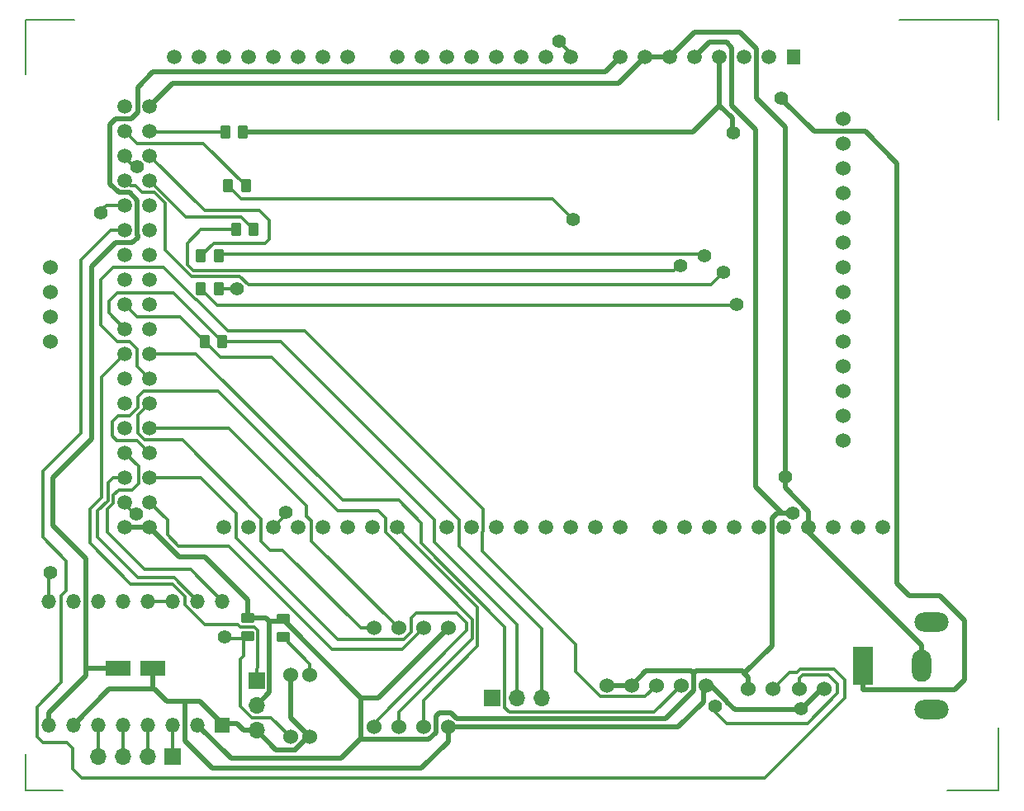
<source format=gbr>
%TF.GenerationSoftware,KiCad,Pcbnew,(6.0.9)*%
%TF.CreationDate,2024-03-22T17:54:06+02:00*%
%TF.ProjectId,diplomna-shema,6469706c-6f6d-46e6-912d-7368656d612e,rev?*%
%TF.SameCoordinates,Original*%
%TF.FileFunction,Copper,L1,Top*%
%TF.FilePolarity,Positive*%
%FSLAX46Y46*%
G04 Gerber Fmt 4.6, Leading zero omitted, Abs format (unit mm)*
G04 Created by KiCad (PCBNEW (6.0.9)) date 2024-03-22 17:54:06*
%MOMM*%
%LPD*%
G01*
G04 APERTURE LIST*
G04 Aperture macros list*
%AMRoundRect*
0 Rectangle with rounded corners*
0 $1 Rounding radius*
0 $2 $3 $4 $5 $6 $7 $8 $9 X,Y pos of 4 corners*
0 Add a 4 corners polygon primitive as box body*
4,1,4,$2,$3,$4,$5,$6,$7,$8,$9,$2,$3,0*
0 Add four circle primitives for the rounded corners*
1,1,$1+$1,$2,$3*
1,1,$1+$1,$4,$5*
1,1,$1+$1,$6,$7*
1,1,$1+$1,$8,$9*
0 Add four rect primitives between the rounded corners*
20,1,$1+$1,$2,$3,$4,$5,0*
20,1,$1+$1,$4,$5,$6,$7,0*
20,1,$1+$1,$6,$7,$8,$9,0*
20,1,$1+$1,$8,$9,$2,$3,0*%
G04 Aperture macros list end*
%TA.AperFunction,NonConductor*%
%ADD10C,0.200000*%
%TD*%
%TA.AperFunction,SMDPad,CuDef*%
%ADD11RoundRect,0.250000X0.450000X-0.262500X0.450000X0.262500X-0.450000X0.262500X-0.450000X-0.262500X0*%
%TD*%
%TA.AperFunction,SMDPad,CuDef*%
%ADD12RoundRect,0.250000X-1.050000X-0.550000X1.050000X-0.550000X1.050000X0.550000X-1.050000X0.550000X0*%
%TD*%
%TA.AperFunction,ComponentPad*%
%ADD13R,1.700000X1.700000*%
%TD*%
%TA.AperFunction,ComponentPad*%
%ADD14O,1.700000X1.700000*%
%TD*%
%TA.AperFunction,SMDPad,CuDef*%
%ADD15RoundRect,0.250000X-0.450000X0.262500X-0.450000X-0.262500X0.450000X-0.262500X0.450000X0.262500X0*%
%TD*%
%TA.AperFunction,ComponentPad*%
%ADD16C,1.524000*%
%TD*%
%TA.AperFunction,SMDPad,CuDef*%
%ADD17RoundRect,0.250000X-0.262500X-0.450000X0.262500X-0.450000X0.262500X0.450000X-0.262500X0.450000X0*%
%TD*%
%TA.AperFunction,ComponentPad*%
%ADD18C,1.500000*%
%TD*%
%TA.AperFunction,ComponentPad*%
%ADD19R,1.358000X1.500000*%
%TD*%
%TA.AperFunction,ComponentPad*%
%ADD20R,2.000000X4.000000*%
%TD*%
%TA.AperFunction,ComponentPad*%
%ADD21O,2.000000X3.300000*%
%TD*%
%TA.AperFunction,ComponentPad*%
%ADD22O,3.500000X2.000000*%
%TD*%
%TA.AperFunction,ComponentPad*%
%ADD23R,1.500000X1.500000*%
%TD*%
%TA.AperFunction,ComponentPad*%
%ADD24O,1.500000X1.500000*%
%TD*%
%TA.AperFunction,ViaPad*%
%ADD25C,1.400000*%
%TD*%
%TA.AperFunction,Conductor*%
%ADD26C,0.300000*%
%TD*%
%TA.AperFunction,Conductor*%
%ADD27C,0.500000*%
%TD*%
G04 APERTURE END LIST*
D10*
X34400000Y-102700000D02*
X30600000Y-102700000D01*
X30600000Y-102700000D02*
X30600000Y-98900000D01*
X30600000Y-23600000D02*
X35600000Y-23600000D01*
X30600000Y-29200000D02*
X30600000Y-23700000D01*
X125100000Y-102700000D02*
X130400000Y-102700000D01*
X130400000Y-23600000D02*
X120200000Y-23600000D01*
X130400000Y-33800000D02*
X130400000Y-23600000D01*
X130400000Y-102700000D02*
X130400000Y-96200000D01*
D11*
%TO.P,R2,1*%
%TO.N,Net-(A2-PadAD0)*%
X53400000Y-86812500D03*
%TO.P,R2,2*%
%TO.N,+5V*%
X53400000Y-84987500D03*
%TD*%
D12*
%TO.P,C1,1*%
%TO.N,+12V*%
X40100000Y-90100000D03*
%TO.P,C1,2*%
%TO.N,GND*%
X43700000Y-90100000D03*
%TD*%
D13*
%TO.P,M2,1,PWM*%
%TO.N,Net-(A2-Pad35)*%
X54300000Y-91400000D03*
D14*
%TO.P,M2,2,+*%
%TO.N,+5V*%
X54300000Y-93940000D03*
%TO.P,M2,3,-*%
%TO.N,GND*%
X54300000Y-96480000D03*
%TD*%
D13*
%TO.P,REF\u002A\u002A,1*%
%TO.N,N/C*%
X45700000Y-99200000D03*
D14*
%TO.P,REF\u002A\u002A,2*%
X43160000Y-99200000D03*
%TO.P,REF\u002A\u002A,3*%
X40620000Y-99200000D03*
%TO.P,REF\u002A\u002A,4*%
X38080000Y-99200000D03*
%TD*%
D15*
%TO.P,R1,1*%
%TO.N,+5V*%
X57000000Y-85087500D03*
%TO.P,R1,2*%
%TO.N,Net-(R1-Pad2)*%
X57000000Y-86912500D03*
%TD*%
D16*
%TO.P,U3,4,GND*%
%TO.N,GND*%
X112475000Y-92250000D03*
%TO.P,U3,3,ECHO*%
%TO.N,Net-(A2-Pad47)*%
X109925000Y-92250000D03*
%TO.P,U3,2,TRIG*%
%TO.N,Net-(A2-Pad45)*%
X107275000Y-92225000D03*
%TO.P,U3,1,VCC*%
%TO.N,+5V*%
X104725000Y-92250000D03*
%TD*%
D13*
%TO.P,J7,1,Pin_1*%
%TO.N,unconnected-(J7-Pad1)*%
X78475000Y-93200000D03*
D14*
%TO.P,J7,2,Pin_2*%
%TO.N,Net-(A2-Pad39)*%
X81015000Y-93200000D03*
%TO.P,J7,3,Pin_3*%
%TO.N,Net-(A2-Pad37)*%
X83555000Y-93200000D03*
%TD*%
D17*
%TO.P,R5,1*%
%TO.N,Net-(A2-Pad50)*%
X48587500Y-47800000D03*
%TO.P,R5,2*%
%TO.N,Net-(R5-Pad2)*%
X50412500Y-47800000D03*
%TD*%
D16*
%TO.P,U5,6,PIN_6*%
%TO.N,+5V*%
X90190000Y-91880000D03*
%TO.P,U5,7,PIN_7*%
X92740000Y-91880000D03*
%TO.P,U5,8,PIN_8*%
%TO.N,Net-(A2-Pad32)*%
X95290000Y-91905000D03*
%TO.P,U5,9,PIN_9*%
%TO.N,Net-(A2-Pad34)*%
X97840000Y-91880000D03*
%TO.P,U5,10,PIN_10*%
%TO.N,GND*%
X100390000Y-91880000D03*
%TD*%
D17*
%TO.P,R8,1*%
%TO.N,Net-(R8-Pad1)*%
X51375000Y-40600000D03*
%TO.P,R8,2*%
%TO.N,Net-(A2-Pad53)*%
X53200000Y-40600000D03*
%TD*%
%TO.P,R4,1*%
%TO.N,Net-(A2-Pad39)*%
X48987500Y-56600000D03*
%TO.P,R4,2*%
%TO.N,Net-(A2-Pad37)*%
X50812500Y-56600000D03*
%TD*%
%TO.P,R6,1*%
%TO.N,Net-(A2-Pad52)*%
X51087500Y-35100000D03*
%TO.P,R6,2*%
%TO.N,+3.3V*%
X52912500Y-35100000D03*
%TD*%
%TO.P,R7,1*%
%TO.N,Net-(R7-Pad1)*%
X52175000Y-45100000D03*
%TO.P,R7,2*%
%TO.N,Net-(A2-Pad48)*%
X54000000Y-45100000D03*
%TD*%
D16*
%TO.P,U2,1*%
%TO.N,Net-(R1-Pad2)*%
X59787500Y-90785000D03*
%TO.P,U2,2*%
%TO.N,GND*%
X57787500Y-90785000D03*
%TO.P,U2,3*%
X59787500Y-97185000D03*
%TO.P,U2,4*%
%TO.N,Net-(A2-PadAD0)*%
X57787500Y-97185000D03*
%TD*%
D18*
%TO.P,A2,0,0*%
%TO.N,unconnected-(A2-Pad0)*%
X73825000Y-75630000D03*
%TO.P,A2,1,1*%
%TO.N,unconnected-(A2-Pad1)*%
X76365000Y-75630000D03*
%TO.P,A2,2,2*%
%TO.N,unconnected-(A2-Pad2)*%
X78905000Y-75630000D03*
%TO.P,A2,3,3*%
%TO.N,unconnected-(A2-Pad3)*%
X81445000Y-75630000D03*
%TO.P,A2,3V3,+3V3*%
%TO.N,+3.3V*%
X101765000Y-27370000D03*
%TO.P,A2,4,4*%
%TO.N,unconnected-(A2-Pad4)*%
X83985000Y-75630000D03*
%TO.P,A2,5,5*%
%TO.N,unconnected-(A2-Pad5)*%
X86525000Y-75630000D03*
%TO.P,A2,5V_1,+5V_1*%
%TO.N,+5V*%
X99225000Y-27370000D03*
%TO.P,A2,5V_2,+5V_2*%
X43345000Y-75630000D03*
%TO.P,A2,5V_3,+5V_3*%
X40805000Y-75630000D03*
%TO.P,A2,6,6*%
%TO.N,unconnected-(A2-Pad6)*%
X89065000Y-75630000D03*
%TO.P,A2,7,7*%
%TO.N,unconnected-(A2-Pad7)*%
X91605000Y-75630000D03*
%TO.P,A2,8,8*%
%TO.N,unconnected-(A2-Pad8)*%
X95669000Y-75630000D03*
%TO.P,A2,9,9*%
%TO.N,unconnected-(A2-Pad9)*%
X98209000Y-75630000D03*
%TO.P,A2,10,10*%
%TO.N,unconnected-(A2-Pad10)*%
X100749000Y-75630000D03*
%TO.P,A2,11,11*%
%TO.N,unconnected-(A2-Pad11)*%
X103289000Y-75630000D03*
%TO.P,A2,12,12*%
%TO.N,unconnected-(A2-Pad12)*%
X105829000Y-75630000D03*
%TO.P,A2,13,13*%
%TO.N,unconnected-(A2-Pad13)*%
X108369000Y-75630000D03*
%TO.P,A2,14,14*%
%TO.N,Net-(A2-Pad14)*%
X68745000Y-75630000D03*
%TO.P,A2,15,15*%
%TO.N,unconnected-(A2-Pad15)*%
X66205000Y-75630000D03*
%TO.P,A2,16,16*%
%TO.N,unconnected-(A2-Pad16)*%
X63665000Y-75630000D03*
%TO.P,A2,17,17*%
%TO.N,unconnected-(A2-Pad17)*%
X61125000Y-75630000D03*
%TO.P,A2,18,18*%
%TO.N,unconnected-(A2-Pad18)*%
X58585000Y-75630000D03*
%TO.P,A2,19,19*%
%TO.N,Net-(A2-Pad19)*%
X56045000Y-75630000D03*
%TO.P,A2,20,20*%
%TO.N,unconnected-(A2-Pad20)*%
X53505000Y-75630000D03*
%TO.P,A2,21,21*%
%TO.N,unconnected-(A2-Pad21)*%
X50965000Y-75630000D03*
%TO.P,A2,22,22*%
%TO.N,Net-(A2-Pad22)*%
X43345000Y-73090000D03*
%TO.P,A2,23,23*%
%TO.N,Net-(A1-Pad9)*%
X40805000Y-73090000D03*
%TO.P,A2,24,24*%
%TO.N,Net-(A2-Pad24)*%
X43345000Y-70550000D03*
%TO.P,A2,25,25*%
%TO.N,Net-(A1-Pad15)*%
X40805000Y-70550000D03*
%TO.P,A2,26,26*%
%TO.N,Net-(A2-Pad26)*%
X43345000Y-68010000D03*
%TO.P,A2,27,27*%
%TO.N,Net-(A1-Pad16)*%
X40805000Y-68010000D03*
%TO.P,A2,28,28*%
%TO.N,Net-(A2-Pad28)*%
X43345000Y-65470000D03*
%TO.P,A2,29,29*%
%TO.N,unconnected-(A2-Pad29)*%
X40805000Y-65470000D03*
%TO.P,A2,30,30*%
%TO.N,Net-(A2-Pad30)*%
X43345000Y-62930000D03*
%TO.P,A2,31,31*%
%TO.N,unconnected-(A2-Pad31)*%
X40805000Y-62930000D03*
%TO.P,A2,32,32*%
%TO.N,Net-(A2-Pad32)*%
X43345000Y-60390000D03*
%TO.P,A2,33,33*%
%TO.N,unconnected-(A2-Pad33)*%
X40805000Y-60390000D03*
%TO.P,A2,34,34*%
%TO.N,Net-(A2-Pad34)*%
X43345000Y-57850000D03*
%TO.P,A2,35,35*%
%TO.N,Net-(A2-Pad35)*%
X40805000Y-57850000D03*
%TO.P,A2,36,36*%
%TO.N,unconnected-(A2-Pad36)*%
X43345000Y-55310000D03*
%TO.P,A2,37,37*%
%TO.N,Net-(A2-Pad37)*%
X40805000Y-55310000D03*
%TO.P,A2,38,38*%
%TO.N,unconnected-(A2-Pad38)*%
X43345000Y-52770000D03*
%TO.P,A2,39,39*%
%TO.N,Net-(A2-Pad39)*%
X40805000Y-52770000D03*
%TO.P,A2,40,40*%
%TO.N,unconnected-(A2-Pad40)*%
X43345000Y-50230000D03*
%TO.P,A2,41,41*%
%TO.N,unconnected-(A2-Pad41)*%
X40805000Y-50230000D03*
%TO.P,A2,42,42*%
%TO.N,unconnected-(A2-Pad42)*%
X43345000Y-47690000D03*
%TO.P,A2,43,43*%
%TO.N,unconnected-(A2-Pad43)*%
X40805000Y-47690000D03*
%TO.P,A2,44,44*%
%TO.N,unconnected-(A2-Pad44)*%
X43345000Y-45150000D03*
%TO.P,A2,45,45*%
%TO.N,Net-(A2-Pad45)*%
X40805000Y-45150000D03*
%TO.P,A2,46,46*%
%TO.N,unconnected-(A2-Pad46)*%
X43345000Y-42610000D03*
%TO.P,A2,47,47*%
%TO.N,Net-(A2-Pad47)*%
X40805000Y-42610000D03*
%TO.P,A2,48,48*%
%TO.N,Net-(A2-Pad48)*%
X43345000Y-40070000D03*
%TO.P,A2,49,49*%
%TO.N,Net-(A2-Pad49)*%
X40805000Y-40070000D03*
%TO.P,A2,50,50*%
%TO.N,Net-(A2-Pad50)*%
X43345000Y-37530000D03*
%TO.P,A2,51,51*%
%TO.N,Net-(A2-Pad51)*%
X40805000Y-37530000D03*
%TO.P,A2,52,52*%
%TO.N,Net-(A2-Pad52)*%
X43345000Y-34990000D03*
%TO.P,A2,53,53*%
%TO.N,Net-(A2-Pad53)*%
X40805000Y-34990000D03*
%TO.P,A2,AD0,AD0*%
%TO.N,Net-(A2-PadAD0)*%
X86525000Y-27370000D03*
%TO.P,A2,AD1,AD1*%
%TO.N,unconnected-(A2-PadAD1)*%
X83985000Y-27370000D03*
%TO.P,A2,AD2,AD2*%
%TO.N,unconnected-(A2-PadAD2)*%
X81445000Y-27370000D03*
%TO.P,A2,AD3,AD3*%
%TO.N,unconnected-(A2-PadAD3)*%
X78905000Y-27370000D03*
%TO.P,A2,AD4,AD4*%
%TO.N,unconnected-(A2-PadAD4)*%
X76365000Y-27370000D03*
%TO.P,A2,AD5,AD5*%
%TO.N,unconnected-(A2-PadAD5)*%
X73825000Y-27370000D03*
%TO.P,A2,AD6,AD6*%
%TO.N,unconnected-(A2-PadAD6)*%
X71285000Y-27370000D03*
%TO.P,A2,AD7,AD7*%
%TO.N,unconnected-(A2-PadAD7)*%
X68745000Y-27370000D03*
%TO.P,A2,AD8,AD8*%
%TO.N,unconnected-(A2-PadAD8)*%
X63665000Y-27370000D03*
%TO.P,A2,AD9,AD9*%
%TO.N,unconnected-(A2-PadAD9)*%
X61125000Y-27370000D03*
%TO.P,A2,AD10,AD10*%
%TO.N,unconnected-(A2-PadAD10)*%
X58585000Y-27370000D03*
%TO.P,A2,AD11,AD11*%
%TO.N,unconnected-(A2-PadAD11)*%
X56045000Y-27370000D03*
%TO.P,A2,AD12,AD12*%
%TO.N,unconnected-(A2-PadAD12)*%
X53505000Y-27370000D03*
%TO.P,A2,AD13,AD13*%
%TO.N,unconnected-(A2-PadAD13)*%
X50965000Y-27370000D03*
%TO.P,A2,AD14,AD14*%
%TO.N,unconnected-(A2-PadAD14)*%
X48425000Y-27370000D03*
%TO.P,A2,AD15,AD15*%
%TO.N,unconnected-(A2-PadAD15)*%
X45885000Y-27370000D03*
%TO.P,A2,AREF,AREF*%
%TO.N,unconnected-(A2-PadAREF)*%
X113449000Y-75630000D03*
%TO.P,A2,GND1,GND1*%
%TO.N,GND*%
X96685000Y-27370000D03*
%TO.P,A2,GND2,GND2*%
X94145000Y-27370000D03*
%TO.P,A2,GND3,GND3*%
X110909000Y-75630000D03*
%TO.P,A2,GND4,GND4*%
X43345000Y-32450000D03*
%TO.P,A2,GND5,GND5*%
%TO.N,unconnected-(A2-PadGND5)*%
X40805000Y-32450000D03*
%TO.P,A2,IOREF,IOREF*%
%TO.N,unconnected-(A2-PadIOREF)*%
X106845000Y-27370000D03*
D19*
%TO.P,A2,NC,NC*%
%TO.N,unconnected-(A2-PadNC)*%
X109385000Y-27370000D03*
D18*
%TO.P,A2,RESET,RESET*%
%TO.N,unconnected-(A2-PadRESET)*%
X104305000Y-27370000D03*
%TO.P,A2,SCL,SCL*%
%TO.N,unconnected-(A2-PadSCL)*%
X118529000Y-75630000D03*
%TO.P,A2,SDA,SDA*%
%TO.N,unconnected-(A2-PadSDA)*%
X115989000Y-75630000D03*
%TO.P,A2,VIN,VIN*%
%TO.N,+12V*%
X91605000Y-27370000D03*
%TD*%
D17*
%TO.P,R3,1*%
%TO.N,Net-(R3-Pad1)*%
X48587500Y-51200000D03*
%TO.P,R3,2*%
%TO.N,Net-(A2-Pad51)*%
X50412500Y-51200000D03*
%TD*%
D16*
%TO.P,U4,1,PIN_1*%
%TO.N,+5V*%
X114413000Y-66799000D03*
%TO.P,U4,2,PIN_2*%
%TO.N,GND*%
X114413000Y-64259000D03*
%TO.P,U4,3,PIN_3*%
%TO.N,Net-(R8-Pad1)*%
X114413000Y-61719000D03*
%TO.P,U4,4,PIN_4*%
%TO.N,+3.3V*%
X114413000Y-59179000D03*
%TO.P,U4,5,PIN_5*%
%TO.N,Net-(R7-Pad1)*%
X114413000Y-56639000D03*
%TO.P,U4,6,PIN_6*%
%TO.N,Net-(R3-Pad1)*%
X114413000Y-54099000D03*
%TO.P,U4,7,PIN_7*%
%TO.N,+3.3V*%
X114413000Y-51559000D03*
%TO.P,U4,8,PIN_8*%
X114413000Y-49019000D03*
%TO.P,U4,9,PIN_9*%
%TO.N,Net-(R5-Pad2)*%
X114413000Y-46479000D03*
%TO.P,U4,10,PIN_10*%
X114413000Y-43939000D03*
%TO.P,U4,11,PIN_11*%
%TO.N,Net-(A2-Pad49)*%
X114413000Y-41399000D03*
%TO.P,U4,12,PIN_12*%
%TO.N,Net-(R3-Pad1)*%
X114413000Y-38859000D03*
%TO.P,U4,13,PIN_13*%
%TO.N,Net-(R5-Pad2)*%
X114413000Y-36319000D03*
%TO.P,U4,14,PIN_14*%
%TO.N,Net-(A2-Pad19)*%
X114413000Y-33779000D03*
%TO.P,U4,51*%
%TO.N,N/C*%
X33133000Y-56639000D03*
%TO.P,U4,52*%
X33133000Y-54099000D03*
%TO.P,U4,53*%
X33133000Y-51559000D03*
%TO.P,U4,54*%
X33133000Y-49019000D03*
%TD*%
D20*
%TO.P,J1,1*%
%TO.N,+12V*%
X116500000Y-89900000D03*
D21*
%TO.P,J1,2*%
%TO.N,GND*%
X122500000Y-89900000D03*
D22*
%TO.P,J1,MP*%
%TO.N,N/C*%
X123500000Y-94400000D03*
X123500000Y-85400000D03*
%TD*%
D16*
%TO.P,U1,1,S0*%
%TO.N,Net-(A2-Pad24)*%
X66320000Y-96180000D03*
%TO.P,U1,2,S1*%
%TO.N,Net-(A2-Pad26)*%
X68860000Y-96180000D03*
%TO.P,U1,3,~{OE}*%
%TO.N,Net-(A2-Pad14)*%
X71400000Y-96180000D03*
%TO.P,U1,4,GND*%
%TO.N,GND*%
X73940000Y-96180000D03*
%TO.P,U1,5,VDD*%
%TO.N,+5V*%
X73940000Y-86020000D03*
%TO.P,U1,6,OUT*%
%TO.N,Net-(A2-Pad22)*%
X71400000Y-86020000D03*
%TO.P,U1,7,S2*%
%TO.N,Net-(A2-Pad28)*%
X68860000Y-86020000D03*
%TO.P,U1,8,S3*%
%TO.N,Net-(A2-Pad30)*%
X66320000Y-86020000D03*
%TD*%
D23*
%TO.P,A1,1,GND*%
%TO.N,GND*%
X50790000Y-95940000D03*
D24*
%TO.P,A1,2,VDD*%
%TO.N,+5V*%
X48250000Y-95940000D03*
%TO.P,A1,3,1B*%
%TO.N,Net-(A1-Pad3)*%
X45710000Y-95940000D03*
%TO.P,A1,4,1A*%
%TO.N,Net-(A1-Pad4)*%
X43170000Y-95940000D03*
%TO.P,A1,5,2A*%
%TO.N,Net-(A1-Pad5)*%
X40630000Y-95940000D03*
%TO.P,A1,6,2B*%
%TO.N,Net-(A1-Pad6)*%
X38090000Y-95940000D03*
%TO.P,A1,7,GND*%
%TO.N,GND*%
X35550000Y-95940000D03*
%TO.P,A1,8,VMOT*%
%TO.N,+12V*%
X33010000Y-95940000D03*
%TO.P,A1,9,~{ENABLE}*%
%TO.N,Net-(A1-Pad9)*%
X33010000Y-83240000D03*
%TO.P,A1,10,MS1*%
%TO.N,unconnected-(A1-Pad10)*%
X35550000Y-83240000D03*
%TO.P,A1,11,MS2*%
%TO.N,unconnected-(A1-Pad11)*%
X38090000Y-83240000D03*
%TO.P,A1,12,MS3*%
%TO.N,unconnected-(A1-Pad12)*%
X40630000Y-83240000D03*
%TO.P,A1,13,~{RESET}*%
%TO.N,Net-(A1-Pad13)*%
X43170000Y-83240000D03*
%TO.P,A1,14,~{SLEEP}*%
X45710000Y-83240000D03*
%TO.P,A1,15,STEP*%
%TO.N,Net-(A1-Pad15)*%
X48250000Y-83240000D03*
%TO.P,A1,16,DIR*%
%TO.N,Net-(A1-Pad16)*%
X50790000Y-83240000D03*
%TD*%
D25*
%TO.N,+12V*%
X108080000Y-31620000D03*
%TO.N,GND*%
X108500000Y-70500000D03*
X110100000Y-94300000D03*
%TO.N,+5V*%
X109300000Y-74200000D03*
%TO.N,Net-(A1-Pad9)*%
X42000000Y-74300000D03*
X33200000Y-80300000D03*
%TO.N,Net-(A2-Pad49)*%
X102200000Y-49500000D03*
%TO.N,Net-(A2-Pad47)*%
X101300000Y-94000000D03*
X38300000Y-43400000D03*
%TO.N,Net-(A2-Pad51)*%
X42019366Y-38700000D03*
X52300000Y-51200000D03*
%TO.N,Net-(A2-PadAD0)*%
X85300000Y-25800000D03*
X51060000Y-86960000D03*
%TO.N,Net-(R3-Pad1)*%
X103500000Y-52800000D03*
%TO.N,Net-(R5-Pad2)*%
X100200000Y-47800000D03*
%TO.N,Net-(R7-Pad1)*%
X97800000Y-48800000D03*
%TO.N,Net-(R8-Pad1)*%
X86800000Y-44100000D03*
%TO.N,+3.3V*%
X103195194Y-35191741D03*
%TO.N,Net-(A2-Pad19)*%
X57315100Y-74115100D03*
%TD*%
D26*
%TO.N,Net-(A2-Pad34)*%
X95070000Y-94650000D02*
X97840000Y-91880000D01*
X80250000Y-94650000D02*
X95070000Y-94650000D01*
X79765000Y-85872182D02*
X79765000Y-94165000D01*
X79765000Y-94165000D02*
X80250000Y-94650000D01*
X71200000Y-77307182D02*
X79765000Y-85872182D01*
X48067500Y-57850000D02*
X63112400Y-72894900D01*
X63112400Y-72894900D02*
X68894900Y-72894900D01*
X71200000Y-75200000D02*
X71200000Y-77307182D01*
X43345000Y-57850000D02*
X48067500Y-57850000D01*
X68894900Y-72894900D02*
X71200000Y-75200000D01*
D27*
%TO.N,GND*%
X59646900Y-97115700D02*
X58292500Y-98470100D01*
X54300000Y-96480000D02*
X56315000Y-98495000D01*
X56315000Y-98495000D02*
X58292500Y-98495000D01*
X59787500Y-97185000D02*
X59716200Y-97185000D01*
X59716200Y-97185000D02*
X59646900Y-97115700D01*
X59646900Y-97115700D02*
X57787500Y-95256300D01*
X57787500Y-95256300D02*
X57787500Y-90785000D01*
D26*
%TO.N,Net-(A1-Pad16)*%
X47550000Y-80000000D02*
X50790000Y-83240000D01*
X42800000Y-80000000D02*
X47550000Y-80000000D01*
X39000000Y-76200000D02*
X42800000Y-80000000D01*
X39000000Y-73777818D02*
X39000000Y-76200000D01*
X39610000Y-72360000D02*
X39610000Y-73167818D01*
X42200000Y-71200000D02*
X41580000Y-71820000D01*
X42200000Y-69405000D02*
X42200000Y-71200000D01*
X41580000Y-71820000D02*
X40150000Y-71820000D01*
X39610000Y-73167818D02*
X39000000Y-73777818D01*
X40805000Y-68010000D02*
X42200000Y-69405000D01*
X40150000Y-71820000D02*
X39610000Y-72360000D01*
%TO.N,Net-(A2-PadAD0)*%
X51060000Y-86960000D02*
X51228200Y-87128200D01*
X53084300Y-87128200D02*
X53400000Y-86812500D01*
X51228200Y-87128200D02*
X53084300Y-87128200D01*
D27*
%TO.N,+12V*%
X126860000Y-85220000D02*
X126860000Y-91340000D01*
X124360000Y-82720000D02*
X126860000Y-85220000D01*
X121250000Y-82720000D02*
X124360000Y-82720000D01*
X119984999Y-81454999D02*
X121250000Y-82720000D01*
X119984999Y-38284999D02*
X119984999Y-81454999D01*
X116757000Y-35057000D02*
X119984999Y-38284999D01*
X111454300Y-35057000D02*
X116757000Y-35057000D01*
X108200000Y-31802700D02*
X111454300Y-35057000D01*
X126860000Y-91340000D02*
X125848100Y-92351900D01*
%TO.N,GND*%
X103880000Y-24860000D02*
X104320000Y-25300000D01*
X99195000Y-24860000D02*
X103880000Y-24860000D01*
X96685000Y-27370000D02*
X99195000Y-24860000D01*
%TO.N,+12V*%
X116500000Y-92351900D02*
X116500000Y-89900000D01*
X125848100Y-92351900D02*
X116500000Y-92351900D01*
D26*
%TO.N,Net-(A2-Pad45)*%
X39350000Y-45150000D02*
X40805000Y-45150000D01*
X36300000Y-48200000D02*
X39350000Y-45150000D01*
X36300000Y-66000000D02*
X36300000Y-48200000D01*
X32400000Y-69900000D02*
X36300000Y-66000000D01*
X32400000Y-76700000D02*
X32400000Y-69900000D01*
X34800000Y-82200000D02*
X34800000Y-79100000D01*
X34800000Y-79100000D02*
X32400000Y-76700000D01*
X34300000Y-82700000D02*
X34800000Y-82200000D01*
X34300000Y-91600000D02*
X34300000Y-82700000D01*
X31810000Y-94090000D02*
X34300000Y-91600000D01*
X31810000Y-97140000D02*
X31810000Y-94090000D01*
X32420000Y-97750000D02*
X31810000Y-97140000D01*
X34850000Y-97750000D02*
X32420000Y-97750000D01*
X35490000Y-98390000D02*
X34850000Y-97750000D01*
X35490000Y-100490000D02*
X35490000Y-98390000D01*
X36380000Y-101380000D02*
X35490000Y-100490000D01*
X106420000Y-101380000D02*
X36380000Y-101380000D01*
X114600000Y-93200000D02*
X106420000Y-101380000D01*
X110080283Y-90200000D02*
X113500000Y-90200000D01*
X113500000Y-90200000D02*
X114600000Y-91300000D01*
X109680283Y-90600000D02*
X110080283Y-90200000D01*
X108925000Y-90600000D02*
X109680283Y-90600000D01*
X114600000Y-91300000D02*
X114600000Y-93200000D01*
X107275000Y-92250000D02*
X108925000Y-90600000D01*
D27*
%TO.N,GND*%
X46980000Y-95415900D02*
X46980000Y-97580000D01*
X91415000Y-30100000D02*
X45695000Y-30100000D01*
X50600000Y-100400000D02*
X51100000Y-100400000D01*
X71200000Y-100400000D02*
X73940000Y-97660000D01*
X105555000Y-31634600D02*
X105555000Y-26555000D01*
X46900000Y-93500000D02*
X48479600Y-93500000D01*
X108500000Y-70500000D02*
X108500000Y-34579600D01*
X46980000Y-93580000D02*
X46900000Y-93500000D01*
X48479600Y-93500000D02*
X48639800Y-93660200D01*
X110909000Y-75630000D02*
X110909000Y-76207100D01*
X108500000Y-34579600D02*
X105555000Y-31634600D01*
X94145000Y-27370000D02*
X96685000Y-27370000D01*
X35550000Y-95940000D02*
X39215900Y-92274100D01*
X100973200Y-91976143D02*
X100895757Y-91976143D01*
X39215900Y-92274100D02*
X43700000Y-92274100D01*
X49800000Y-100400000D02*
X51100000Y-100400000D01*
X46980000Y-95415900D02*
X46980000Y-93580000D01*
X105555000Y-26555000D02*
X104150000Y-25150000D01*
X100100000Y-92170000D02*
X100100000Y-93600000D01*
X102500000Y-93580386D02*
X102500000Y-93502943D01*
X110096600Y-94400000D02*
X103319614Y-94400000D01*
X46980000Y-97580000D02*
X49800000Y-100400000D01*
X100390000Y-91880000D02*
X100100000Y-92170000D01*
X110909000Y-76207100D02*
X122500000Y-87798100D01*
X50790000Y-95940000D02*
X50790000Y-95810400D01*
X48639800Y-93660200D02*
X50790000Y-95810400D01*
X45064100Y-93500000D02*
X46900000Y-93500000D01*
X97520000Y-96180000D02*
X73940000Y-96180000D01*
X52328500Y-95810400D02*
X52998100Y-96480000D01*
X43700000Y-92274100D02*
X43838200Y-92274100D01*
X112475000Y-92250000D02*
X112246600Y-92250000D01*
X45695000Y-30100000D02*
X43345000Y-32450000D01*
X103319614Y-94400000D02*
X102500000Y-93580386D01*
X54300000Y-96480000D02*
X52998100Y-96480000D01*
X43838200Y-92274100D02*
X45064100Y-93500000D01*
X102500000Y-93502943D02*
X100973200Y-91976143D01*
X94145000Y-27370000D02*
X91415000Y-30100000D01*
X43700000Y-92274100D02*
X43700000Y-90100000D01*
X100100000Y-93600000D02*
X97520000Y-96180000D01*
X51100000Y-100400000D02*
X71200000Y-100400000D01*
X110909000Y-74009000D02*
X108500000Y-71600000D01*
X122500000Y-89900000D02*
X122500000Y-87798100D01*
X112246600Y-92250000D02*
X110096600Y-94400000D01*
X108500000Y-71600000D02*
X108500000Y-70500000D01*
X110909000Y-75630000D02*
X110909000Y-74009000D01*
X50790000Y-95810400D02*
X52328500Y-95810400D01*
X73940000Y-97660000D02*
X73940000Y-96180000D01*
%TO.N,+5V*%
X104725000Y-92250000D02*
X104725000Y-91033100D01*
X48987200Y-78687200D02*
X46402200Y-78687200D01*
X46402200Y-78687200D02*
X43345000Y-75630000D01*
X103035100Y-32421500D02*
X103035100Y-26435100D01*
X72662000Y-96702738D02*
X72662000Y-95038000D01*
X62972400Y-99400000D02*
X51710000Y-99400000D01*
X57000000Y-85087500D02*
X57017200Y-85104700D01*
X55628900Y-86536200D02*
X55628900Y-85318900D01*
X73000000Y-94700000D02*
X74259000Y-94700000D01*
X99110000Y-90632900D02*
X99342900Y-90400000D01*
X107683200Y-74216800D02*
X108160200Y-74216800D01*
X65036100Y-97336300D02*
X65036100Y-93166800D01*
X105482200Y-34868600D02*
X103035100Y-32421500D01*
X104324800Y-90632900D02*
X107141200Y-87816500D01*
X108160200Y-74216800D02*
X105482200Y-71538800D01*
X102500000Y-25900000D02*
X100695000Y-25900000D01*
X108160200Y-74216800D02*
X109360100Y-74216800D01*
X57017200Y-85104700D02*
X57017200Y-85147900D01*
X55628900Y-85318900D02*
X56768600Y-85318900D01*
X104091900Y-90400000D02*
X104324800Y-90632900D01*
X92760000Y-91885000D02*
X94245000Y-90400000D01*
X56768600Y-85318900D02*
X57000000Y-85087500D01*
X99110000Y-92409300D02*
X99110000Y-90632900D01*
X103035100Y-26435100D02*
X102500000Y-25900000D01*
X71922738Y-97442000D02*
X72662000Y-96702738D01*
X104324800Y-90632900D02*
X104725000Y-91033100D01*
X65107800Y-97408000D02*
X65763262Y-97408000D01*
X107141200Y-74758800D02*
X107683200Y-74216800D01*
X53400000Y-84987500D02*
X53400000Y-83100000D01*
X55628900Y-85318900D02*
X55297500Y-84987500D01*
X100695000Y-25900000D02*
X99225000Y-27370000D01*
X54300000Y-93940000D02*
X55628900Y-92611100D01*
X65797262Y-97442000D02*
X71922738Y-97442000D01*
X92760000Y-91885000D02*
X90220000Y-91885000D01*
X65036100Y-97336300D02*
X65107800Y-97408000D01*
X96219300Y-95300000D02*
X99110000Y-92409300D01*
X65036100Y-93166800D02*
X57017200Y-85147900D01*
X74259000Y-94700000D02*
X74859000Y-95300000D01*
X55297500Y-84987500D02*
X53400000Y-84987500D01*
X65763262Y-97408000D02*
X65797262Y-97442000D01*
X72662000Y-95038000D02*
X73000000Y-94700000D01*
X65036100Y-93166800D02*
X66793200Y-93166800D01*
X99342900Y-90400000D02*
X104091900Y-90400000D01*
X107141200Y-87816500D02*
X107141200Y-74758800D01*
X98877100Y-90400000D02*
X99110000Y-90632900D01*
X43345000Y-75630000D02*
X40805000Y-75630000D01*
X74859000Y-95300000D02*
X96219300Y-95300000D01*
X94245000Y-90400000D02*
X98877100Y-90400000D01*
X66793200Y-93166800D02*
X73940000Y-86020000D01*
X53400000Y-83100000D02*
X48987200Y-78687200D01*
X65036100Y-97336300D02*
X62972400Y-99400000D01*
X105482200Y-71538800D02*
X105482200Y-34868600D01*
X55628900Y-92611100D02*
X55628900Y-86536200D01*
X51710000Y-99400000D02*
X48250000Y-95940000D01*
%TO.N,+12V*%
X37422821Y-66577179D02*
X37422821Y-48877179D01*
X41491179Y-33720000D02*
X42100000Y-33111179D01*
X40100000Y-90100000D02*
X36820000Y-90100000D01*
X41580000Y-46420000D02*
X42100000Y-45900000D01*
X39880000Y-33720000D02*
X41491179Y-33720000D01*
X36820000Y-90100000D02*
X36820000Y-78906700D01*
X42095000Y-45667767D02*
X42095000Y-42092233D01*
X33400000Y-75486700D02*
X33400000Y-70600000D01*
X36820000Y-78906700D02*
X33400000Y-75486700D01*
X42100000Y-45900000D02*
X42100000Y-45672767D01*
X39300000Y-40400000D02*
X39300000Y-34300000D01*
X42100000Y-30500000D02*
X43685600Y-28914400D01*
X37422821Y-48877179D02*
X39880000Y-46420000D01*
X42100000Y-33111179D02*
X42100000Y-30500000D01*
X33400000Y-70600000D02*
X37422821Y-66577179D01*
X39300000Y-34300000D02*
X39880000Y-33720000D01*
X90060600Y-28914400D02*
X91605000Y-27370000D01*
X36820000Y-90878100D02*
X36820000Y-90100000D01*
X33010000Y-95940000D02*
X33010000Y-94688100D01*
X40220000Y-41320000D02*
X39300000Y-40400000D01*
X43685600Y-28914400D02*
X90060600Y-28914400D01*
X42095000Y-42092233D02*
X41322767Y-41320000D01*
X33010000Y-94688100D02*
X36820000Y-90878100D01*
X42100000Y-45672767D02*
X42095000Y-45667767D01*
X39880000Y-46420000D02*
X41580000Y-46420000D01*
X41322767Y-41320000D02*
X40220000Y-41320000D01*
D26*
%TO.N,Net-(A1-Pad3)*%
X45700000Y-95950000D02*
X45710000Y-95940000D01*
X45700000Y-99200000D02*
X45700000Y-95950000D01*
%TO.N,Net-(A1-Pad4)*%
X43160000Y-99200000D02*
X43160000Y-95950000D01*
X43160000Y-95950000D02*
X43170000Y-95940000D01*
X43170000Y-95940000D02*
X43170000Y-97091900D01*
%TO.N,Net-(A1-Pad5)*%
X40620000Y-95950000D02*
X40630000Y-95940000D01*
X40630000Y-95940000D02*
X40630000Y-97091900D01*
X40620000Y-99200000D02*
X40620000Y-95950000D01*
%TO.N,Net-(R1-Pad2)*%
X59787500Y-90785000D02*
X59787500Y-89700000D01*
X59787500Y-89700000D02*
X57000000Y-86912500D01*
%TO.N,Net-(A2-Pad39)*%
X55826800Y-58226800D02*
X50614300Y-58226800D01*
X81015000Y-85663382D02*
X72500000Y-77148382D01*
X81015000Y-93200000D02*
X81015000Y-85663382D01*
X40805000Y-52770000D02*
X42075000Y-54040000D01*
X72500000Y-74900000D02*
X55826800Y-58226800D01*
X72500000Y-77148382D02*
X72500000Y-74900000D01*
X46427500Y-54040000D02*
X48987500Y-56600000D01*
X42075000Y-54040000D02*
X46427500Y-54040000D01*
X50614300Y-58226800D02*
X48987500Y-56600000D01*
%TO.N,Net-(A1-Pad6)*%
X38080000Y-95950000D02*
X38090000Y-95940000D01*
X38080000Y-99200000D02*
X38080000Y-95950000D01*
X38090000Y-95940000D02*
X38090000Y-97091900D01*
%TO.N,Net-(A1-Pad9)*%
X41800000Y-74300000D02*
X40805000Y-73305000D01*
X33200000Y-80300000D02*
X33010000Y-80490000D01*
X33010000Y-80490000D02*
X33010000Y-83240000D01*
X40805000Y-73305000D02*
X40805000Y-73090000D01*
%TO.N,Net-(A2-Pad49)*%
X44900000Y-42402818D02*
X44900000Y-47177817D01*
X40805000Y-40070000D02*
X41353900Y-40618900D01*
X41918900Y-40618900D02*
X42600000Y-41300000D01*
X52555635Y-49900000D02*
X47622182Y-49900000D01*
X102200000Y-49500000D02*
X100900000Y-50800000D01*
X43797182Y-41300000D02*
X44900000Y-42402818D01*
X44900000Y-47177817D02*
X47561091Y-49838909D01*
X41353900Y-40618900D02*
X41918900Y-40618900D01*
X53455635Y-50800000D02*
X52555635Y-49900000D01*
X42600000Y-41300000D02*
X43797182Y-41300000D01*
X100900000Y-50800000D02*
X53455635Y-50800000D01*
X47622182Y-49900000D02*
X47561091Y-49838909D01*
%TO.N,Net-(A2-Pad47)*%
X112892000Y-90800000D02*
X113876800Y-91784800D01*
X109925000Y-92250000D02*
X109925000Y-91133101D01*
X110258101Y-90800000D02*
X112892000Y-90800000D01*
X113876800Y-91784800D02*
X113876800Y-92703400D01*
X38200000Y-43300000D02*
X38890000Y-42610000D01*
X101416000Y-94716000D02*
X101416000Y-93910600D01*
X109925000Y-91133101D02*
X110258101Y-90800000D01*
X38890000Y-42610000D02*
X40805000Y-42610000D01*
X110780200Y-95800000D02*
X102500000Y-95800000D01*
X102500000Y-95800000D02*
X101416000Y-94716000D01*
X101591300Y-94085900D02*
X101416000Y-93910600D01*
X113876800Y-92703400D02*
X110780200Y-95800000D01*
%TO.N,Net-(A2-Pad37)*%
X75100000Y-77600000D02*
X75100000Y-74900000D01*
X39180000Y-53685000D02*
X40805000Y-55310000D01*
X45812500Y-51600000D02*
X40000000Y-51600000D01*
X83554900Y-91998100D02*
X83555000Y-91998100D01*
X83555000Y-93200000D02*
X83555000Y-91998100D01*
X83555000Y-91998100D02*
X83555000Y-86055000D01*
X75100000Y-74900000D02*
X56800000Y-56600000D01*
X39180000Y-52420000D02*
X39180000Y-53685000D01*
X40000000Y-51600000D02*
X39180000Y-52420000D01*
X50812500Y-56600000D02*
X45812500Y-51600000D01*
X83555000Y-86055000D02*
X75100000Y-77600000D01*
X56800000Y-56600000D02*
X50812500Y-56600000D01*
%TO.N,Net-(A2-Pad48)*%
X43345000Y-40070000D02*
X47075000Y-43800000D01*
X47075000Y-43800000D02*
X52700000Y-43800000D01*
X52700000Y-43800000D02*
X54000000Y-45100000D01*
%TO.N,Net-(A2-Pad50)*%
X55600000Y-44200000D02*
X55600000Y-46100000D01*
X55200000Y-46500000D02*
X49887500Y-46500000D01*
X48988500Y-43173500D02*
X54573500Y-43173500D01*
X49887500Y-46500000D02*
X48587500Y-47800000D01*
X43345000Y-37530000D02*
X48988500Y-43173500D01*
X55600000Y-46100000D02*
X55200000Y-46500000D01*
X54573500Y-43173500D02*
X55600000Y-44200000D01*
%TO.N,Net-(A2-Pad51)*%
X40805000Y-37705000D02*
X40805000Y-37530000D01*
X50412500Y-51200000D02*
X52300000Y-51200000D01*
X50512500Y-51300000D02*
X50412500Y-51200000D01*
X50858300Y-51300000D02*
X50512500Y-51300000D01*
X42100000Y-39000000D02*
X40805000Y-37705000D01*
%TO.N,Net-(A2-Pad52)*%
X51087500Y-35100000D02*
X43455000Y-35100000D01*
X43455000Y-35100000D02*
X43345000Y-34990000D01*
%TO.N,Net-(A2-Pad53)*%
X48860000Y-36260000D02*
X42075000Y-36260000D01*
X53200000Y-40600000D02*
X48860000Y-36260000D01*
X42075000Y-36260000D02*
X40805000Y-34990000D01*
%TO.N,Net-(A2-PadAD0)*%
X52670000Y-94038600D02*
X53839900Y-95208500D01*
X55811000Y-95208500D02*
X57787500Y-97185000D01*
X53010000Y-87202500D02*
X53010000Y-88870000D01*
X53839900Y-95208500D02*
X55811000Y-95208500D01*
X85300000Y-25800000D02*
X86525000Y-27025000D01*
X53400000Y-86812500D02*
X53010000Y-87202500D01*
X86525000Y-27025000D02*
X86525000Y-27370000D01*
X53010000Y-88870000D02*
X52670000Y-89210000D01*
X52670000Y-89210000D02*
X52670000Y-94038600D01*
%TO.N,Net-(R3-Pad1)*%
X103229600Y-52900000D02*
X50287500Y-52900000D01*
X50287500Y-52900000D02*
X48587500Y-51200000D01*
X103364800Y-52764800D02*
X103229600Y-52900000D01*
%TO.N,Net-(R5-Pad2)*%
X50612500Y-47600000D02*
X100100000Y-47600000D01*
X100100000Y-47600000D02*
X100300000Y-47800000D01*
X50412500Y-47800000D02*
X50612500Y-47600000D01*
%TO.N,Net-(R7-Pad1)*%
X97100000Y-49300000D02*
X97700000Y-48700000D01*
X47800000Y-49300000D02*
X97100000Y-49300000D01*
X48600000Y-45100000D02*
X47200000Y-46500000D01*
X47200000Y-46500000D02*
X47200000Y-48700000D01*
X47200000Y-48700000D02*
X47800000Y-49300000D01*
X52175000Y-45100000D02*
X48600000Y-45100000D01*
%TO.N,Net-(R8-Pad1)*%
X84632500Y-41934900D02*
X52709900Y-41934900D01*
X52709900Y-41934900D02*
X51375000Y-40600000D01*
X86798800Y-44101200D02*
X84632500Y-41934900D01*
%TO.N,Net-(A2-Pad32)*%
X51367800Y-55548600D02*
X52257400Y-55548600D01*
X77444000Y-78144000D02*
X77444000Y-76177346D01*
X59248600Y-55548600D02*
X51648600Y-55548600D01*
X39600000Y-49000000D02*
X44755761Y-49000000D01*
X94142800Y-93042200D02*
X89542200Y-93042200D01*
X89542200Y-93042200D02*
X87000000Y-90500000D01*
X42075000Y-57375000D02*
X41280000Y-56580000D01*
X41280000Y-56580000D02*
X39980000Y-56580000D01*
X77515000Y-76106346D02*
X77515000Y-73815000D01*
X44755761Y-49000000D02*
X48055761Y-52300000D01*
X87000000Y-90500000D02*
X87000000Y-87700000D01*
X48119200Y-52300000D02*
X51367800Y-55548600D01*
X77515000Y-73815000D02*
X59248600Y-55548600D01*
X95300000Y-91885000D02*
X94142800Y-93042200D01*
X48055761Y-52300000D02*
X48119200Y-52300000D01*
X39980000Y-56580000D02*
X38340000Y-54940000D01*
X87000000Y-87700000D02*
X77444000Y-78144000D01*
X38340000Y-54940000D02*
X38340000Y-50260000D01*
X42075000Y-59120000D02*
X42075000Y-57375000D01*
X77444000Y-76177346D02*
X77515000Y-76106346D01*
X38340000Y-50260000D02*
X39600000Y-49000000D01*
X43345000Y-60390000D02*
X42075000Y-59120000D01*
%TO.N,Net-(A2-Pad30)*%
X42100000Y-64175000D02*
X43345000Y-62930000D01*
X54775000Y-77075000D02*
X54775000Y-74775000D01*
X66320000Y-86020000D02*
X64974000Y-86020000D01*
X54775000Y-74775000D02*
X46700000Y-66700000D01*
X46700000Y-66700000D02*
X42812818Y-66700000D01*
X42100000Y-66000000D02*
X42100000Y-64175000D01*
X42290000Y-66190000D02*
X42100000Y-66000000D01*
X55700000Y-78000000D02*
X54775000Y-77075000D01*
X64974000Y-86020000D02*
X56954000Y-78000000D01*
X42812818Y-66700000D02*
X42302818Y-66190000D01*
X56954000Y-78000000D02*
X55700000Y-78000000D01*
X42302818Y-66190000D02*
X42290000Y-66190000D01*
%TO.N,Net-(A2-Pad28)*%
X59451000Y-73451000D02*
X59451000Y-74551000D01*
X59451000Y-74551000D02*
X59900000Y-75000000D01*
X43345000Y-65470000D02*
X51470000Y-65470000D01*
X59900000Y-75000000D02*
X59900000Y-77060000D01*
X51470000Y-65470000D02*
X59451000Y-73451000D01*
X59900000Y-77060000D02*
X68860000Y-86020000D01*
%TO.N,Net-(A2-Pad26)*%
X42075000Y-66740000D02*
X43345000Y-68010000D01*
X42700000Y-61700000D02*
X42100000Y-62300000D01*
X42100000Y-62300000D02*
X42100000Y-63397182D01*
X67500000Y-74700000D02*
X66800000Y-74000000D01*
X68860000Y-96180000D02*
X68860000Y-94640000D01*
X66800000Y-74000000D02*
X62667063Y-74000000D01*
X62667063Y-74000000D02*
X50367063Y-61700000D01*
X76400000Y-85100000D02*
X67500000Y-76200000D01*
X41550000Y-63947182D02*
X41550000Y-63950000D01*
X39940000Y-66740000D02*
X42075000Y-66740000D01*
X50367063Y-61700000D02*
X42700000Y-61700000D01*
X76400000Y-87100000D02*
X76400000Y-85100000D01*
X41300000Y-64200000D02*
X40100000Y-64200000D01*
X67500000Y-76200000D02*
X67500000Y-74700000D01*
X39500000Y-64800000D02*
X39500000Y-66300000D01*
X40100000Y-64200000D02*
X39500000Y-64800000D01*
X39500000Y-66300000D02*
X39940000Y-66740000D01*
X41550000Y-63950000D02*
X41300000Y-64200000D01*
X68860000Y-94640000D02*
X76400000Y-87100000D01*
X42100000Y-63397182D02*
X41550000Y-63947182D01*
%TO.N,Net-(A2-Pad22)*%
X51446901Y-77630001D02*
X46326572Y-77630001D01*
X62016900Y-88200000D02*
X51446901Y-77630001D01*
X46326572Y-77630001D02*
X45154999Y-76458428D01*
X45154999Y-76458428D02*
X45154999Y-74899999D01*
X45154999Y-74899999D02*
X43345000Y-73090000D01*
X69220000Y-88200000D02*
X62016900Y-88200000D01*
X71400000Y-86020000D02*
X69220000Y-88200000D01*
%TO.N,Net-(A2-Pad14)*%
X76950000Y-83835000D02*
X68745000Y-75630000D01*
X76950000Y-87850000D02*
X76950000Y-83835000D01*
X71400000Y-93400000D02*
X76950000Y-87850000D01*
X71400000Y-96180000D02*
X71400000Y-93400000D01*
%TO.N,Net-(A1-Pad15)*%
X42132800Y-80832800D02*
X45842800Y-80832800D01*
X39610000Y-70550000D02*
X39060000Y-71100000D01*
X39060000Y-71100000D02*
X39060000Y-72940000D01*
X38000000Y-76700000D02*
X42132800Y-80832800D01*
X38000000Y-74000000D02*
X38000000Y-76700000D01*
X45842800Y-80832800D02*
X48250000Y-83240000D01*
X39060000Y-72940000D02*
X38000000Y-74000000D01*
X40805000Y-70550000D02*
X39610000Y-70550000D01*
%TO.N,Net-(A1-Pad13)*%
X45710000Y-83240000D02*
X43170000Y-83240000D01*
D27*
%TO.N,+3.3V*%
X103100000Y-35200000D02*
X103100000Y-33691200D01*
X103100000Y-33691200D02*
X101765000Y-32356200D01*
X101765000Y-32356200D02*
X101765000Y-27370000D01*
X99021200Y-35100000D02*
X101765000Y-32356200D01*
X52912500Y-35100000D02*
X99021200Y-35100000D01*
D26*
%TO.N,Net-(A2-Pad19)*%
X57275000Y-74400000D02*
X56045000Y-75630000D01*
X57315100Y-74400000D02*
X57275000Y-74400000D01*
%TO.N,Net-(A2-Pad35)*%
X45711400Y-81511700D02*
X46861900Y-82662200D01*
X43111700Y-81511700D02*
X45711400Y-81511700D01*
X46861900Y-82662200D02*
X46862200Y-82662200D01*
X38398001Y-72601999D02*
X37200000Y-73800000D01*
X48986500Y-85635100D02*
X52379000Y-85635100D01*
X42571700Y-81511700D02*
X43111700Y-81511700D01*
X38398001Y-60256999D02*
X38398001Y-72601999D01*
X52379000Y-85635100D02*
X52643900Y-85900000D01*
X37200000Y-73800000D02*
X37200000Y-77300000D01*
X46975700Y-83624300D02*
X48986500Y-85635100D01*
X40805000Y-57850000D02*
X38398001Y-60256999D01*
X54300000Y-90198100D02*
X54300000Y-91400000D01*
X54454200Y-90043900D02*
X54300000Y-90198100D01*
X41411700Y-81511700D02*
X43111700Y-81511700D01*
X54454200Y-86257200D02*
X54454200Y-90043900D01*
X46975700Y-82775700D02*
X46975700Y-83624300D01*
X52643900Y-85900000D02*
X54097000Y-85900000D01*
X54097000Y-85900000D02*
X54454200Y-86257200D01*
X37200000Y-77300000D02*
X41411700Y-81511700D01*
X46862200Y-82662200D02*
X46975700Y-82775700D01*
%TO.N,Net-(A2-Pad24)*%
X75850000Y-85500000D02*
X74850000Y-84500000D01*
X69400000Y-87200000D02*
X62600000Y-87200000D01*
X62600000Y-87200000D02*
X52200000Y-76800000D01*
X48550000Y-70550000D02*
X52235000Y-74235000D01*
X75081000Y-86994882D02*
X75850000Y-86225882D01*
X52235000Y-74235000D02*
X52235000Y-75404500D01*
X75081000Y-87008900D02*
X75081000Y-86994882D01*
X70200000Y-85000000D02*
X70200000Y-86400000D01*
X75850000Y-86225882D02*
X75850000Y-85500000D01*
X66320000Y-95769900D02*
X75081000Y-87008900D01*
X70700000Y-84500000D02*
X70200000Y-85000000D01*
X43345000Y-70550000D02*
X48550000Y-70550000D01*
X52235000Y-75404500D02*
X52235000Y-75825900D01*
X52200000Y-75439500D02*
X52235000Y-75404500D01*
X74850000Y-84500000D02*
X70700000Y-84500000D01*
X70200000Y-86400000D02*
X69400000Y-87200000D01*
X52200000Y-76800000D02*
X52200000Y-75439500D01*
X66320000Y-96180000D02*
X66320000Y-95769900D01*
%TD*%
M02*

</source>
